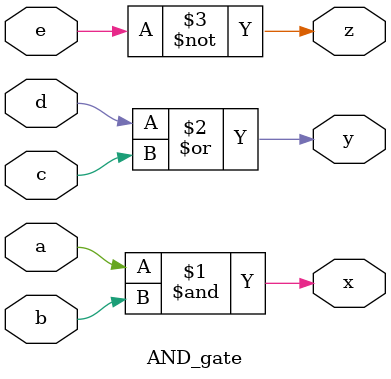
<source format=v>
`timescale 1ns / 1ps


module AND_gate(
    input a,
    input b,
    input c,
    input d,
    input e,
    output x,
    output y,
    output z);
assign x = a & b;
assign y = d | c;
assign z = ~e;
endmodule


</source>
